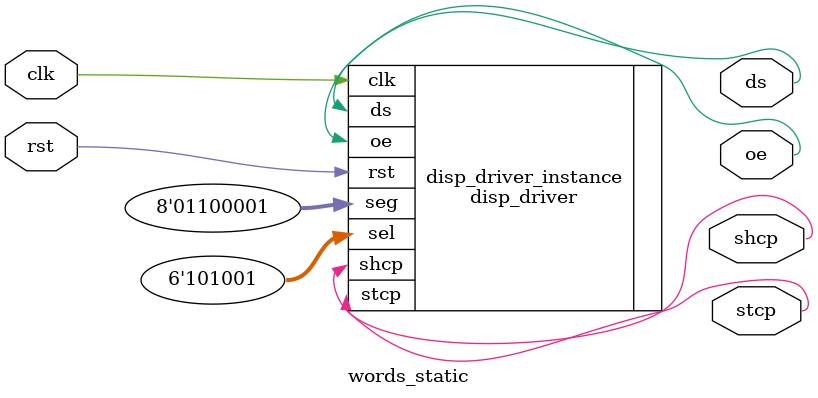
<source format=v>

module words_static
(
    input clk,
    input rst, 
    output shcp,
    output stcp,
    output ds,
    output oe
);

    wire [7:0] seg;
    wire [5:0] sel;

    disp_driver disp_driver_instance(
        .clk(clk),
        .rst(rst),
        .seg(8'b01100001), // E = 8'b01100001
        .sel(6'b101001), // E_E__E
        .shcp(shcp),
        .stcp(stcp),
        .ds(ds),
        .oe(oe)
    );

endmodule

</source>
